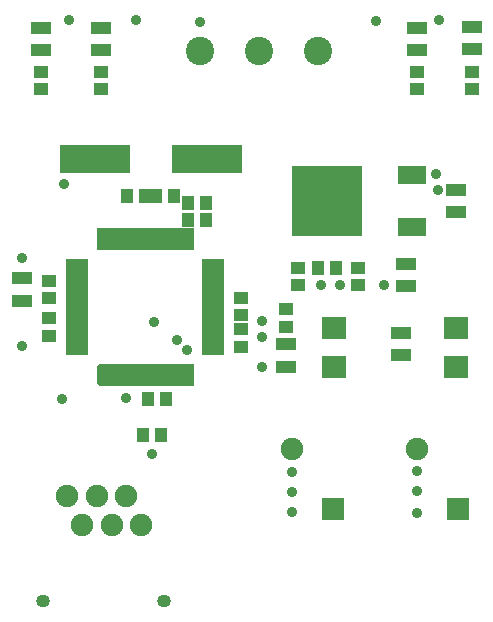
<source format=gts>
%FSLAX44Y44*%
%MOMM*%
G71*
G01*
G75*
G04 Layer_Color=8388736*
%ADD10R,0.6000X0.9000*%
%ADD11R,0.9000X0.6000*%
%ADD12R,1.3000X0.7000*%
%ADD13R,1.6800X1.5200*%
%ADD14O,0.3000X1.5000*%
%ADD15R,0.3000X1.5000*%
%ADD16R,1.5000X0.3000*%
%ADD17R,2.0000X1.2000*%
%ADD18R,5.6000X5.6000*%
%ADD19R,5.5000X2.0000*%
%ADD20C,1.0000*%
%ADD21C,0.2000*%
%ADD22C,1.5000*%
%ADD23O,0.7500X0.7000*%
%ADD24R,1.5000X1.5000*%
%ADD25C,2.0000*%
%ADD26C,0.7000*%
%ADD27R,0.2000X1.4000*%
%ADD28R,0.2000X1.4000*%
%ADD29R,1.0000X1.3000*%
%ADD30R,1.3000X1.0000*%
%ADD31R,1.7000X1.1000*%
%ADD32R,2.0800X1.9200*%
%ADD33O,0.7000X1.9000*%
%ADD34R,0.7000X1.9000*%
%ADD35R,1.9000X0.7000*%
%ADD36R,2.4000X1.6000*%
%ADD37R,6.0000X6.0000*%
%ADD38R,5.9000X2.4000*%
%ADD39C,1.9000*%
%ADD40O,1.1500X1.1000*%
%ADD41R,1.9000X1.9000*%
%ADD42C,2.4000*%
%ADD43C,0.9032*%
D29*
X137000Y197000D02*
D03*
X122000D02*
D03*
X156000Y348000D02*
D03*
X171000D02*
D03*
X156000Y363000D02*
D03*
X171000D02*
D03*
X129000Y369000D02*
D03*
X144000D02*
D03*
X119000Y369000D02*
D03*
X104000D02*
D03*
X266000Y308000D02*
D03*
X281000D02*
D03*
X118000Y166000D02*
D03*
X133000D02*
D03*
D30*
X201000Y282500D02*
D03*
Y267500D02*
D03*
X38000Y265000D02*
D03*
Y250000D02*
D03*
X201000Y241000D02*
D03*
Y256000D02*
D03*
X38000Y282000D02*
D03*
Y297000D02*
D03*
X300000Y308000D02*
D03*
Y293000D02*
D03*
X249000Y308000D02*
D03*
Y293000D02*
D03*
X396000Y474000D02*
D03*
Y459000D02*
D03*
X350000Y474000D02*
D03*
Y459000D02*
D03*
X82000Y474000D02*
D03*
Y459000D02*
D03*
X31000Y474000D02*
D03*
Y459000D02*
D03*
X239000Y273000D02*
D03*
Y258000D02*
D03*
D31*
X15000Y280000D02*
D03*
Y299000D02*
D03*
X336000Y253000D02*
D03*
Y234000D02*
D03*
X383000Y355000D02*
D03*
Y374000D02*
D03*
X340000Y311000D02*
D03*
Y292000D02*
D03*
X239000Y224000D02*
D03*
Y243000D02*
D03*
X396000Y512000D02*
D03*
Y493000D02*
D03*
X350000Y511000D02*
D03*
Y492000D02*
D03*
X82000Y511000D02*
D03*
Y492000D02*
D03*
X31000Y511000D02*
D03*
Y492000D02*
D03*
D32*
X383000Y257000D02*
D03*
Y224000D02*
D03*
X279000Y257000D02*
D03*
Y224000D02*
D03*
D33*
X82000Y217000D02*
D03*
D34*
X87000D02*
D03*
X92000D02*
D03*
X97000D02*
D03*
X102000D02*
D03*
X107000D02*
D03*
X112000D02*
D03*
X117000D02*
D03*
X122000D02*
D03*
X127000D02*
D03*
X132000D02*
D03*
X137000D02*
D03*
X142000D02*
D03*
X147000D02*
D03*
X152000D02*
D03*
X157000D02*
D03*
Y332000D02*
D03*
X152000D02*
D03*
X147000D02*
D03*
X142000D02*
D03*
X137000D02*
D03*
X132000D02*
D03*
X127000D02*
D03*
X122000D02*
D03*
X117000D02*
D03*
X112000D02*
D03*
X107000D02*
D03*
X102000D02*
D03*
X97000D02*
D03*
X92000D02*
D03*
X87000D02*
D03*
X82000D02*
D03*
D35*
X177000Y237000D02*
D03*
Y242000D02*
D03*
Y247000D02*
D03*
Y252000D02*
D03*
Y257000D02*
D03*
Y262000D02*
D03*
Y267000D02*
D03*
Y272000D02*
D03*
Y277000D02*
D03*
Y282000D02*
D03*
Y287000D02*
D03*
Y292000D02*
D03*
Y297000D02*
D03*
Y302000D02*
D03*
Y307000D02*
D03*
Y312000D02*
D03*
X62000D02*
D03*
Y307000D02*
D03*
Y302000D02*
D03*
Y297000D02*
D03*
Y292000D02*
D03*
Y287000D02*
D03*
Y282000D02*
D03*
Y277000D02*
D03*
Y272000D02*
D03*
Y267000D02*
D03*
Y262000D02*
D03*
Y257000D02*
D03*
Y252000D02*
D03*
Y247000D02*
D03*
Y242000D02*
D03*
Y237000D02*
D03*
D36*
X345000Y386000D02*
D03*
Y342000D02*
D03*
D37*
X273000Y364000D02*
D03*
D38*
X172000Y400000D02*
D03*
X77000D02*
D03*
D39*
X53500Y115000D02*
D03*
X91000Y90000D02*
D03*
X103500Y115000D02*
D03*
X66000Y90000D02*
D03*
X116000D02*
D03*
X78500Y115000D02*
D03*
X349500Y154000D02*
D03*
X243500D02*
D03*
D40*
X135000Y26000D02*
D03*
X33000D02*
D03*
D41*
X384500Y104000D02*
D03*
X278500D02*
D03*
D42*
X166000Y491000D02*
D03*
X266000D02*
D03*
X216000D02*
D03*
D43*
X366000Y387000D02*
D03*
X218000Y249000D02*
D03*
Y263000D02*
D03*
Y224000D02*
D03*
X268000Y293000D02*
D03*
X322000D02*
D03*
X284000D02*
D03*
X15000Y242000D02*
D03*
X51000Y378601D02*
D03*
X15000Y316000D02*
D03*
X55000Y518000D02*
D03*
X112000D02*
D03*
X368000D02*
D03*
X315000Y517000D02*
D03*
X166000Y516000D02*
D03*
X146000Y247000D02*
D03*
X155000Y238000D02*
D03*
X367000Y374000D02*
D03*
X49000Y197000D02*
D03*
X243500Y135000D02*
D03*
X244000Y118000D02*
D03*
Y101000D02*
D03*
X349500Y100000D02*
D03*
Y119000D02*
D03*
Y136000D02*
D03*
X103500Y197500D02*
D03*
X127000Y262000D02*
D03*
X125000Y150000D02*
D03*
M02*

</source>
